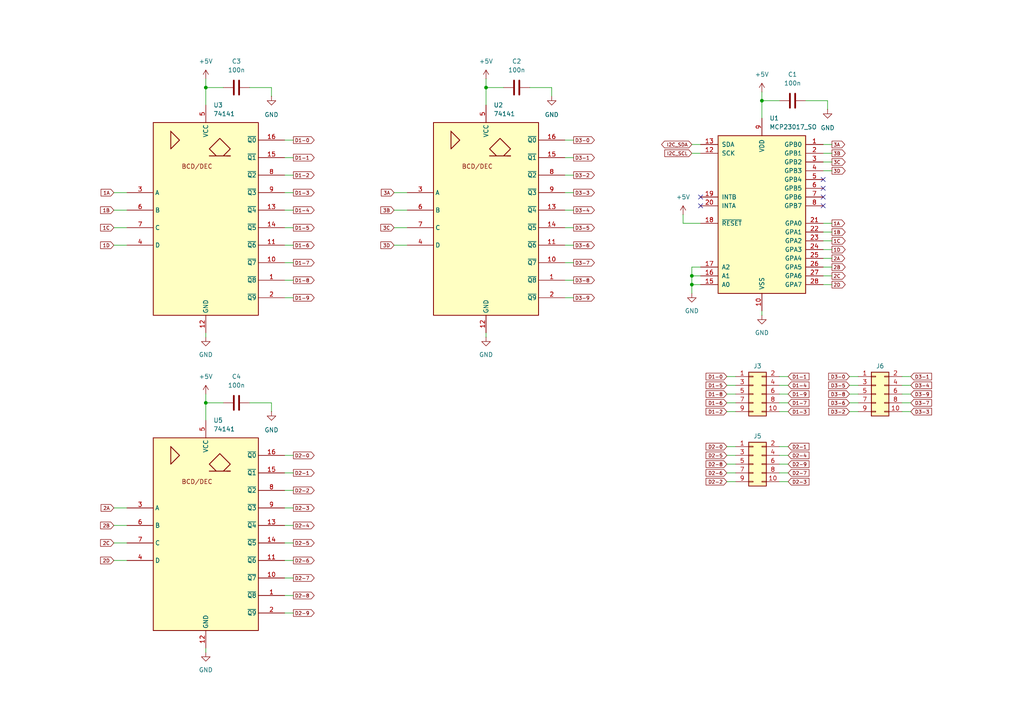
<source format=kicad_sch>
(kicad_sch (version 20231120) (generator "eeschema") (generator_version "8.0")
  (paper "A4")
  (lib_symbols
    (symbol "74xx_IEEE:74141"
      (property "Reference" "U" (at 0 0 0))
      (property "Value" "74141" (at 15.24 -30.48 0))
      (symbol "74141_0_0"
        (polyline (pts (xy 7.112 18.288) (xy 6.096 18.288) (xy 6.096 18.288)) (stroke (width 0.254)) (fill (type background)))
        (polyline (pts (xy -10.16 25.4) (xy -10.16 20.32) (xy -7.62 22.86) (xy -10.16 25.4) (xy -10.16 25.4)) (stroke (width 0.254)) (fill (type background)))
        (polyline (pts (xy 5.08 18.288) (xy 7.112 20.32) (xy 4.064 23.368) (xy 1.016 20.32) (xy 3.048 18.288) (xy 1.016 18.288) (xy 7.112 18.288)) (stroke (width 0.254)) (fill (type background)))
        (text "BCD/DEC" (at -2.54 15.24 0) (effects (font (size 1.27 1.27))))
        (pin power_in line (at 0 -33.02 90) (length 5.08) (name "GND") (number "12"))
        (pin power_in line (at 0 33.02 270) (length 5.08) (name "VCC") (number "5"))
      )
      (symbol "74141_0_1"
        (rectangle (start -15.24 27.94) (end 15.24 -27.94) (stroke (width 0.254)) (fill (type background)))
      )
      (symbol "74141_1_1"
        (pin open_collector line (at 22.86 -17.78 180) (length 7.62) (name "~{Q8}") (number "1"))
        (pin open_collector line (at 22.86 -12.7 180) (length 7.62) (name "~{Q7}") (number "10"))
        (pin open_collector line (at 22.86 -7.62 180) (length 7.62) (name "~{Q6}") (number "11"))
        (pin open_collector line (at 22.86 2.54 180) (length 7.62) (name "~{Q4}") (number "13"))
        (pin open_collector line (at 22.86 -2.54 180) (length 7.62) (name "~{Q5}") (number "14"))
        (pin open_collector line (at 22.86 17.78 180) (length 7.62) (name "~{Q1}") (number "15"))
        (pin open_collector line (at 22.86 22.86 180) (length 7.62) (name "~{Q0}") (number "16"))
        (pin open_collector line (at 22.86 -22.86 180) (length 7.62) (name "~{Q9}") (number "2"))
        (pin input line (at -22.86 7.62 0) (length 7.62) (name "A") (number "3"))
        (pin input line (at -22.86 -7.62 0) (length 7.62) (name "D") (number "4"))
        (pin input line (at -22.86 2.54 0) (length 7.62) (name "B") (number "6"))
        (pin input line (at -22.86 -2.54 0) (length 7.62) (name "C") (number "7"))
        (pin open_collector line (at 22.86 12.7 180) (length 7.62) (name "~{Q2}") (number "8"))
        (pin open_collector line (at 22.86 7.62 180) (length 7.62) (name "~{Q3}") (number "9"))
      )
    )
    (symbol "Connector_Generic:Conn_02x05_Odd_Even" (pin_names (offset 1.016) hide)
      (property "Reference" "J" (at 1.27 7.62 0))
      (property "Value" "Conn_02x05_Odd_Even" (at 1.27 -7.62 0))
      (symbol "Conn_02x05_Odd_Even_1_1"
        (rectangle (start -1.27 -4.953) (end 0 -5.207) (stroke (width 0.1524)))
        (rectangle (start -1.27 -2.413) (end 0 -2.667) (stroke (width 0.1524)))
        (rectangle (start -1.27 0.127) (end 0 -0.127) (stroke (width 0.1524)))
        (rectangle (start -1.27 2.667) (end 0 2.413) (stroke (width 0.1524)))
        (rectangle (start -1.27 5.207) (end 0 4.953) (stroke (width 0.1524)))
        (rectangle (start -1.27 6.35) (end 3.81 -6.35) (stroke (width 0.254)) (fill (type background)))
        (rectangle (start 3.81 -4.953) (end 2.54 -5.207) (stroke (width 0.1524)))
        (rectangle (start 3.81 -2.413) (end 2.54 -2.667) (stroke (width 0.1524)))
        (rectangle (start 3.81 0.127) (end 2.54 -0.127) (stroke (width 0.1524)))
        (rectangle (start 3.81 2.667) (end 2.54 2.413) (stroke (width 0.1524)))
        (rectangle (start 3.81 5.207) (end 2.54 4.953) (stroke (width 0.1524)))
        (pin passive line (at -5.08 5.08 0) (length 3.81) (name "Pin_1") (number "1"))
        (pin passive line (at 7.62 -5.08 180) (length 3.81) (name "Pin_10") (number "10"))
        (pin passive line (at 7.62 5.08 180) (length 3.81) (name "Pin_2") (number "2"))
        (pin passive line (at -5.08 2.54 0) (length 3.81) (name "Pin_3") (number "3"))
        (pin passive line (at 7.62 2.54 180) (length 3.81) (name "Pin_4") (number "4"))
        (pin passive line (at -5.08 0 0) (length 3.81) (name "Pin_5") (number "5"))
        (pin passive line (at 7.62 0 180) (length 3.81) (name "Pin_6") (number "6"))
        (pin passive line (at -5.08 -2.54 0) (length 3.81) (name "Pin_7") (number "7"))
        (pin passive line (at 7.62 -2.54 180) (length 3.81) (name "Pin_8") (number "8"))
        (pin passive line (at -5.08 -5.08 0) (length 3.81) (name "Pin_9") (number "9"))
      )
    )
    (symbol "Device:C" (pin_numbers hide) (pin_names (offset 0.254))
      (property "Reference" "C" (at 0.635 2.54 0))
      (property "Value" "C" (at 0.635 -2.54 0))
      (symbol "C_0_1"
        (polyline (pts (xy -2.032 -0.762) (xy 2.032 -0.762)) (stroke (width 0.508)))
        (polyline (pts (xy -2.032 0.762) (xy 2.032 0.762)) (stroke (width 0.508)))
      )
      (symbol "C_1_1"
        (pin passive line (at 0 3.81 270) (length 2.794) (name "~") (number "1"))
        (pin passive line (at 0 -3.81 90) (length 2.794) (name "~") (number "2"))
      )
    )
    (symbol "Interface_Expansion:MCP23017_SO" (pin_names (offset 1.016))
      (property "Reference" "U" (at -11.43 24.13 0))
      (property "Value" "MCP23017_SO" (at 0 0 0))
      (symbol "MCP23017_SO_0_1"
        (rectangle (start -12.7 22.86) (end 12.7 -22.86) (stroke (width 0.254)) (fill (type background)))
      )
      (symbol "MCP23017_SO_1_1"
        (pin bidirectional line (at 17.78 20.32 180) (length 5.08) (name "GPB0") (number "1"))
        (pin power_in line (at 0 -27.94 90) (length 5.08) (name "VSS") (number "10"))
        (pin no_connect line (at -12.7 15.24 0) (length 5.08) hide (name "NC") (number "11"))
        (pin input line (at -17.78 17.78 0) (length 5.08) (name "SCK") (number "12"))
        (pin bidirectional line (at -17.78 20.32 0) (length 5.08) (name "SDA") (number "13"))
        (pin no_connect line (at -12.7 12.7 0) (length 5.08) hide (name "NC") (number "14"))
        (pin input line (at -17.78 -20.32 0) (length 5.08) (name "A0") (number "15"))
        (pin input line (at -17.78 -17.78 0) (length 5.08) (name "A1") (number "16"))
        (pin input line (at -17.78 -15.24 0) (length 5.08) (name "A2") (number "17"))
        (pin input line (at -17.78 -2.54 0) (length 5.08) (name "~{RESET}") (number "18"))
        (pin tri_state line (at -17.78 5.08 0) (length 5.08) (name "INTB") (number "19"))
        (pin bidirectional line (at 17.78 17.78 180) (length 5.08) (name "GPB1") (number "2"))
        (pin tri_state line (at -17.78 2.54 0) (length 5.08) (name "INTA") (number "20"))
        (pin bidirectional line (at 17.78 -2.54 180) (length 5.08) (name "GPA0") (number "21"))
        (pin bidirectional line (at 17.78 -5.08 180) (length 5.08) (name "GPA1") (number "22"))
        (pin bidirectional line (at 17.78 -7.62 180) (length 5.08) (name "GPA2") (number "23"))
        (pin bidirectional line (at 17.78 -10.16 180) (length 5.08) (name "GPA3") (number "24"))
        (pin bidirectional line (at 17.78 -12.7 180) (length 5.08) (name "GPA4") (number "25"))
        (pin bidirectional line (at 17.78 -15.24 180) (length 5.08) (name "GPA5") (number "26"))
        (pin bidirectional line (at 17.78 -17.78 180) (length 5.08) (name "GPA6") (number "27"))
        (pin bidirectional line (at 17.78 -20.32 180) (length 5.08) (name "GPA7") (number "28"))
        (pin bidirectional line (at 17.78 15.24 180) (length 5.08) (name "GPB2") (number "3"))
        (pin bidirectional line (at 17.78 12.7 180) (length 5.08) (name "GPB3") (number "4"))
        (pin bidirectional line (at 17.78 10.16 180) (length 5.08) (name "GPB4") (number "5"))
        (pin bidirectional line (at 17.78 7.62 180) (length 5.08) (name "GPB5") (number "6"))
        (pin bidirectional line (at 17.78 5.08 180) (length 5.08) (name "GPB6") (number "7"))
        (pin bidirectional line (at 17.78 2.54 180) (length 5.08) (name "GPB7") (number "8"))
        (pin power_in line (at 0 27.94 270) (length 5.08) (name "VDD") (number "9"))
      )
    )
    (symbol "power:+5V" (power) (pin_numbers hide) (pin_names (offset 0) hide)
      (property "Value" "+5V" (at 0 3.556 0))
      (symbol "+5V_0_1"
        (polyline (pts (xy -0.762 1.27) (xy 0 2.54)))
        (polyline (pts (xy 0 0) (xy 0 2.54)))
        (polyline (pts (xy 0 2.54) (xy 0.762 1.27)))
      )
      (symbol "+5V_1_1"
        (pin power_in line (at 0 0 90) (length 0) (name "~") (number "1"))
      )
    )
    (symbol "power:GND" (power) (pin_numbers hide) (pin_names (offset 0) hide)
      (property "Value" "GND" (at 0 -3.81 0))
      (symbol "GND_0_1"
        (polyline (pts (xy 0 0) (xy 0 -1.27) (xy 1.27 -1.27) (xy 0 -2.54) (xy -1.27 -1.27) (xy 0 -1.27)))
      )
      (symbol "GND_1_1"
        (pin power_in line (at 0 0 270) (length 0) (name "~") (number "1"))
      )
    )
  )
  (junction (at 220.98 29.21))
  (junction (at 200.66 82.55))
  (junction (at 59.69 25.4))
  (junction (at 140.97 25.4))
  (junction (at 200.66 80.01))
  (junction (at 59.69 116.84))
  (no_connect (at 238.76 59.69))
  (no_connect (at 238.76 52.07))
  (no_connect (at 203.2 59.69))
  (no_connect (at 238.76 54.61))
  (no_connect (at 238.76 57.15))
  (no_connect (at 203.2 57.15))
  (wire (pts (xy 213.36 116.84) (xy 210.82 116.84)))
  (wire (pts (xy 33.02 152.4) (xy 36.83 152.4)))
  (wire (pts (xy 248.92 109.22) (xy 246.38 109.22)))
  (wire (pts (xy 160.02 25.4) (xy 160.02 27.94)))
  (wire (pts (xy 248.92 119.38) (xy 246.38 119.38)))
  (wire (pts (xy 226.06 111.76) (xy 228.6 111.76)))
  (wire (pts (xy 261.62 114.3) (xy 264.16 114.3)))
  (wire (pts (xy 261.62 109.22) (xy 264.16 109.22)))
  (wire (pts (xy 200.66 82.55) (xy 200.66 85.09)))
  (wire (pts (xy 226.06 137.16) (xy 228.6 137.16)))
  (wire (pts (xy 200.66 82.55) (xy 203.2 82.55)))
  (wire (pts (xy 213.36 137.16) (xy 210.82 137.16)))
  (wire (pts (xy 200.66 80.01) (xy 200.66 82.55)))
  (wire (pts (xy 82.55 55.88) (xy 85.09 55.88)))
  (wire (pts (xy 226.06 114.3) (xy 228.6 114.3)))
  (wire (pts (xy 82.55 60.96) (xy 85.09 60.96)))
  (wire (pts (xy 140.97 96.52) (xy 140.97 97.79)))
  (wire (pts (xy 82.55 152.4) (xy 85.09 152.4)))
  (wire (pts (xy 233.68 29.21) (xy 240.03 29.21)))
  (wire (pts (xy 213.36 132.08) (xy 210.82 132.08)))
  (wire (pts (xy 82.55 132.08) (xy 85.09 132.08)))
  (wire (pts (xy 226.06 132.08) (xy 228.6 132.08)))
  (wire (pts (xy 200.66 44.45) (xy 203.2 44.45)))
  (wire (pts (xy 198.12 64.77) (xy 203.2 64.77)))
  (wire (pts (xy 238.76 69.85) (xy 241.3 69.85)))
  (wire (pts (xy 82.55 167.64) (xy 85.09 167.64)))
  (wire (pts (xy 226.06 109.22) (xy 228.6 109.22)))
  (wire (pts (xy 33.02 71.12) (xy 36.83 71.12)))
  (wire (pts (xy 140.97 22.86) (xy 140.97 25.4)))
  (wire (pts (xy 226.06 139.7) (xy 228.6 139.7)))
  (wire (pts (xy 82.55 137.16) (xy 85.09 137.16)))
  (wire (pts (xy 238.76 74.93) (xy 241.3 74.93)))
  (wire (pts (xy 240.03 29.21) (xy 240.03 31.75)))
  (wire (pts (xy 238.76 46.99) (xy 241.3 46.99)))
  (wire (pts (xy 163.83 40.64) (xy 166.37 40.64)))
  (wire (pts (xy 114.3 60.96) (xy 118.11 60.96)))
  (wire (pts (xy 82.55 81.28) (xy 85.09 81.28)))
  (wire (pts (xy 200.66 80.01) (xy 203.2 80.01)))
  (wire (pts (xy 153.67 25.4) (xy 160.02 25.4)))
  (wire (pts (xy 220.98 90.17) (xy 220.98 91.44)))
  (wire (pts (xy 82.55 76.2) (xy 85.09 76.2)))
  (wire (pts (xy 238.76 67.31) (xy 241.3 67.31)))
  (wire (pts (xy 213.36 119.38) (xy 210.82 119.38)))
  (wire (pts (xy 82.55 40.64) (xy 85.09 40.64)))
  (wire (pts (xy 238.76 64.77) (xy 241.3 64.77)))
  (wire (pts (xy 163.83 60.96) (xy 166.37 60.96)))
  (wire (pts (xy 82.55 142.24) (xy 85.09 142.24)))
  (wire (pts (xy 200.66 41.91) (xy 203.2 41.91)))
  (wire (pts (xy 238.76 80.01) (xy 241.3 80.01)))
  (wire (pts (xy 33.02 147.32) (xy 36.83 147.32)))
  (wire (pts (xy 82.55 45.72) (xy 85.09 45.72)))
  (wire (pts (xy 72.39 116.84) (xy 78.74 116.84)))
  (wire (pts (xy 33.02 66.04) (xy 36.83 66.04)))
  (wire (pts (xy 238.76 44.45) (xy 241.3 44.45)))
  (wire (pts (xy 261.62 116.84) (xy 264.16 116.84)))
  (wire (pts (xy 213.36 134.62) (xy 210.82 134.62)))
  (wire (pts (xy 198.12 62.23) (xy 198.12 64.77)))
  (wire (pts (xy 82.55 66.04) (xy 85.09 66.04)))
  (wire (pts (xy 238.76 49.53) (xy 241.3 49.53)))
  (wire (pts (xy 78.74 116.84) (xy 78.74 119.38)))
  (wire (pts (xy 226.06 129.54) (xy 228.6 129.54)))
  (wire (pts (xy 163.83 76.2) (xy 166.37 76.2)))
  (wire (pts (xy 59.69 22.86) (xy 59.69 25.4)))
  (wire (pts (xy 163.83 86.36) (xy 166.37 86.36)))
  (wire (pts (xy 261.62 111.76) (xy 264.16 111.76)))
  (wire (pts (xy 59.69 114.3) (xy 59.69 116.84)))
  (wire (pts (xy 163.83 50.8) (xy 166.37 50.8)))
  (wire (pts (xy 220.98 26.67) (xy 220.98 29.21)))
  (wire (pts (xy 82.55 86.36) (xy 85.09 86.36)))
  (wire (pts (xy 114.3 55.88) (xy 118.11 55.88)))
  (wire (pts (xy 59.69 187.96) (xy 59.69 189.23)))
  (wire (pts (xy 238.76 41.91) (xy 241.3 41.91)))
  (wire (pts (xy 213.36 109.22) (xy 210.82 109.22)))
  (wire (pts (xy 114.3 71.12) (xy 118.11 71.12)))
  (wire (pts (xy 238.76 72.39) (xy 241.3 72.39)))
  (wire (pts (xy 82.55 71.12) (xy 85.09 71.12)))
  (wire (pts (xy 33.02 60.96) (xy 36.83 60.96)))
  (wire (pts (xy 82.55 172.72) (xy 85.09 172.72)))
  (wire (pts (xy 82.55 50.8) (xy 85.09 50.8)))
  (wire (pts (xy 163.83 45.72) (xy 166.37 45.72)))
  (wire (pts (xy 59.69 96.52) (xy 59.69 97.79)))
  (wire (pts (xy 213.36 129.54) (xy 210.82 129.54)))
  (wire (pts (xy 238.76 77.47) (xy 241.3 77.47)))
  (wire (pts (xy 59.69 116.84) (xy 64.77 116.84)))
  (wire (pts (xy 200.66 77.47) (xy 203.2 77.47)))
  (wire (pts (xy 238.76 82.55) (xy 241.3 82.55)))
  (wire (pts (xy 200.66 77.47) (xy 200.66 80.01)))
  (wire (pts (xy 59.69 116.84) (xy 59.69 121.92)))
  (wire (pts (xy 82.55 162.56) (xy 85.09 162.56)))
  (wire (pts (xy 220.98 29.21) (xy 220.98 34.29)))
  (wire (pts (xy 33.02 157.48) (xy 36.83 157.48)))
  (wire (pts (xy 261.62 119.38) (xy 264.16 119.38)))
  (wire (pts (xy 213.36 114.3) (xy 210.82 114.3)))
  (wire (pts (xy 163.83 81.28) (xy 166.37 81.28)))
  (wire (pts (xy 140.97 25.4) (xy 146.05 25.4)))
  (wire (pts (xy 114.3 66.04) (xy 118.11 66.04)))
  (wire (pts (xy 82.55 147.32) (xy 85.09 147.32)))
  (wire (pts (xy 226.06 119.38) (xy 228.6 119.38)))
  (wire (pts (xy 59.69 25.4) (xy 64.77 25.4)))
  (wire (pts (xy 213.36 139.7) (xy 210.82 139.7)))
  (wire (pts (xy 248.92 116.84) (xy 246.38 116.84)))
  (wire (pts (xy 163.83 66.04) (xy 166.37 66.04)))
  (wire (pts (xy 82.55 157.48) (xy 85.09 157.48)))
  (wire (pts (xy 248.92 111.76) (xy 246.38 111.76)))
  (wire (pts (xy 78.74 25.4) (xy 78.74 27.94)))
  (wire (pts (xy 72.39 25.4) (xy 78.74 25.4)))
  (wire (pts (xy 213.36 111.76) (xy 210.82 111.76)))
  (wire (pts (xy 59.69 25.4) (xy 59.69 30.48)))
  (wire (pts (xy 140.97 25.4) (xy 140.97 30.48)))
  (wire (pts (xy 220.98 29.21) (xy 226.06 29.21)))
  (wire (pts (xy 226.06 116.84) (xy 228.6 116.84)))
  (wire (pts (xy 226.06 134.62) (xy 228.6 134.62)))
  (wire (pts (xy 248.92 114.3) (xy 246.38 114.3)))
  (wire (pts (xy 33.02 55.88) (xy 36.83 55.88)))
  (wire (pts (xy 82.55 177.8) (xy 85.09 177.8)))
  (wire (pts (xy 163.83 55.88) (xy 166.37 55.88)))
  (wire (pts (xy 33.02 162.56) (xy 36.83 162.56)))
  (wire (pts (xy 163.83 71.12) (xy 166.37 71.12)))
  (global_label "1D" (shape input) (at 33.02 71.12 180) (effects (font (size 1 1))) (property "Intersheetrefs" "${INTERSHEET_REFS}" (effects (hide yes))))
  (global_label "2C" (shape output) (at 241.3 80.01 0) (effects (font (size 1 1))) (property "Intersheetrefs" "${INTERSHEET_REFS}" (effects (hide yes))))
  (global_label "D2-3" (shape input) (at 228.6 139.7 0) (effects (font (size 1 1))) (property "Intersheetrefs" "${INTERSHEET_REFS}" (effects (hide yes))))
  (global_label "D3-3" (shape input) (at 264.16 119.38 0) (effects (font (size 1 1))) (property "Intersheetrefs" "${INTERSHEET_REFS}" (effects (hide yes))))
  (global_label "D3-2" (shape output) (at 166.37 50.8 0) (effects (font (size 1 1))) (property "Intersheetrefs" "${INTERSHEET_REFS}" (effects (hide yes))))
  (global_label "3A" (shape output) (at 241.3 41.91 0) (effects (font (size 1 1))) (property "Intersheetrefs" "${INTERSHEET_REFS}" (effects (hide yes))))
  (global_label "D3-0" (shape input) (at 246.38 109.22 180) (effects (font (size 1 1))) (property "Intersheetrefs" "${INTERSHEET_REFS}" (effects (hide yes))))
  (global_label "1D" (shape output) (at 241.3 72.39 0) (effects (font (size 1 1))) (property "Intersheetrefs" "${INTERSHEET_REFS}" (effects (hide yes))))
  (global_label "2B" (shape output) (at 241.3 77.47 0) (effects (font (size 1 1))) (property "Intersheetrefs" "${INTERSHEET_REFS}" (effects (hide yes))))
  (global_label "D2-4" (shape output) (at 85.09 152.4 0) (effects (font (size 1 1))) (property "Intersheetrefs" "${INTERSHEET_REFS}" (effects (hide yes))))
  (global_label "D3-4" (shape output) (at 166.37 60.96 0) (effects (font (size 1 1))) (property "Intersheetrefs" "${INTERSHEET_REFS}" (effects (hide yes))))
  (global_label "D2-3" (shape output) (at 85.09 147.32 0) (effects (font (size 1 1))) (property "Intersheetrefs" "${INTERSHEET_REFS}" (effects (hide yes))))
  (global_label "D2-2" (shape input) (at 210.82 139.7 180) (effects (font (size 1 1))) (property "Intersheetrefs" "${INTERSHEET_REFS}" (effects (hide yes))))
  (global_label "D3-2" (shape input) (at 246.38 119.38 180) (effects (font (size 1 1))) (property "Intersheetrefs" "${INTERSHEET_REFS}" (effects (hide yes))))
  (global_label "D1-3" (shape input) (at 228.6 119.38 0) (effects (font (size 1 1))) (property "Intersheetrefs" "${INTERSHEET_REFS}" (effects (hide yes))))
  (global_label "3B" (shape input) (at 114.3 60.96 180) (effects (font (size 1 1))) (property "Intersheetrefs" "${INTERSHEET_REFS}" (effects (hide yes))))
  (global_label "D2-1" (shape output) (at 85.09 137.16 0) (effects (font (size 1 1))) (property "Intersheetrefs" "${INTERSHEET_REFS}" (effects (hide yes))))
  (global_label "3A" (shape input) (at 114.3 55.88 180) (effects (font (size 1 1))) (property "Intersheetrefs" "${INTERSHEET_REFS}" (effects (hide yes))))
  (global_label "D1-1" (shape output) (at 85.09 45.72 0) (effects (font (size 1 1))) (property "Intersheetrefs" "${INTERSHEET_REFS}" (effects (hide yes))))
  (global_label "1A" (shape output) (at 241.3 64.77 0) (effects (font (size 1 1))) (property "Intersheetrefs" "${INTERSHEET_REFS}" (effects (hide yes))))
  (global_label "D3-5" (shape output) (at 166.37 66.04 0) (effects (font (size 1 1))) (property "Intersheetrefs" "${INTERSHEET_REFS}" (effects (hide yes))))
  (global_label "3D" (shape input) (at 114.3 71.12 180) (effects (font (size 1 1))) (property "Intersheetrefs" "${INTERSHEET_REFS}" (effects (hide yes))))
  (global_label "D1-5" (shape output) (at 85.09 66.04 0) (effects (font (size 1 1))) (property "Intersheetrefs" "${INTERSHEET_REFS}" (effects (hide yes))))
  (global_label "2D" (shape input) (at 33.02 162.56 180) (effects (font (size 1 1))) (property "Intersheetrefs" "${INTERSHEET_REFS}" (effects (hide yes))))
  (global_label "D3-7" (shape input) (at 264.16 116.84 0) (effects (font (size 1 1))) (property "Intersheetrefs" "${INTERSHEET_REFS}" (effects (hide yes))))
  (global_label "D2-0" (shape input) (at 210.82 129.54 180) (effects (font (size 1 1))) (property "Intersheetrefs" "${INTERSHEET_REFS}" (effects (hide yes))))
  (global_label "D3-0" (shape output) (at 166.37 40.64 0) (effects (font (size 1 1))) (property "Intersheetrefs" "${INTERSHEET_REFS}" (effects (hide yes))))
  (global_label "1C" (shape input) (at 33.02 66.04 180) (effects (font (size 1 1))) (property "Intersheetrefs" "${INTERSHEET_REFS}" (effects (hide yes))))
  (global_label "2A" (shape output) (at 241.3 74.93 0) (effects (font (size 1 1))) (property "Intersheetrefs" "${INTERSHEET_REFS}" (effects (hide yes))))
  (global_label "D2-7" (shape output) (at 85.09 167.64 0) (effects (font (size 1 1))) (property "Intersheetrefs" "${INTERSHEET_REFS}" (effects (hide yes))))
  (global_label "D2-6" (shape output) (at 85.09 162.56 0) (effects (font (size 1 1))) (property "Intersheetrefs" "${INTERSHEET_REFS}" (effects (hide yes))))
  (global_label "D2-7" (shape input) (at 228.6 137.16 0) (effects (font (size 1 1))) (property "Intersheetrefs" "${INTERSHEET_REFS}" (effects (hide yes))))
  (global_label "D1-9" (shape output) (at 85.09 86.36 0) (effects (font (size 1 1))) (property "Intersheetrefs" "${INTERSHEET_REFS}" (effects (hide yes))))
  (global_label "I2C_SDA" (shape bidirectional) (at 200.66 41.91 180) (effects (font (size 1 1))) (property "Intersheetrefs" "${INTERSHEET_REFS}" (effects (hide yes))))
  (global_label "D3-5" (shape input) (at 246.38 111.76 180) (effects (font (size 1 1))) (property "Intersheetrefs" "${INTERSHEET_REFS}" (effects (hide yes))))
  (global_label "D1-8" (shape output) (at 85.09 81.28 0) (effects (font (size 1 1))) (property "Intersheetrefs" "${INTERSHEET_REFS}" (effects (hide yes))))
  (global_label "D1-5" (shape input) (at 210.82 111.76 180) (effects (font (size 1 1))) (property "Intersheetrefs" "${INTERSHEET_REFS}" (effects (hide yes))))
  (global_label "D3-6" (shape output) (at 166.37 71.12 0) (effects (font (size 1 1))) (property "Intersheetrefs" "${INTERSHEET_REFS}" (effects (hide yes))))
  (global_label "D2-8" (shape output) (at 85.09 172.72 0) (effects (font (size 1 1))) (property "Intersheetrefs" "${INTERSHEET_REFS}" (effects (hide yes))))
  (global_label "D3-1" (shape output) (at 166.37 45.72 0) (effects (font (size 1 1))) (property "Intersheetrefs" "${INTERSHEET_REFS}" (effects (hide yes))))
  (global_label "D3-9" (shape output) (at 166.37 86.36 0) (effects (font (size 1 1))) (property "Intersheetrefs" "${INTERSHEET_REFS}" (effects (hide yes))))
  (global_label "1C" (shape output) (at 241.3 69.85 0) (effects (font (size 1 1))) (property "Intersheetrefs" "${INTERSHEET_REFS}" (effects (hide yes))))
  (global_label "I2C_SCL" (shape input) (at 200.66 44.45 180) (effects (font (size 1 1))) (property "Intersheetrefs" "${INTERSHEET_REFS}" (effects (hide yes))))
  (global_label "2D" (shape output) (at 241.3 82.55 0) (effects (font (size 1 1))) (property "Intersheetrefs" "${INTERSHEET_REFS}" (effects (hide yes))))
  (global_label "D1-6" (shape output) (at 85.09 71.12 0) (effects (font (size 1 1))) (property "Intersheetrefs" "${INTERSHEET_REFS}" (effects (hide yes))))
  (global_label "D1-1" (shape input) (at 228.6 109.22 0) (effects (font (size 1 1))) (property "Intersheetrefs" "${INTERSHEET_REFS}" (effects (hide yes))))
  (global_label "3C" (shape input) (at 114.3 66.04 180) (effects (font (size 1 1))) (property "Intersheetrefs" "${INTERSHEET_REFS}" (effects (hide yes))))
  (global_label "D1-0" (shape input) (at 210.82 109.22 180) (effects (font (size 1 1))) (property "Intersheetrefs" "${INTERSHEET_REFS}" (effects (hide yes))))
  (global_label "2B" (shape input) (at 33.02 152.4 180) (effects (font (size 1 1))) (property "Intersheetrefs" "${INTERSHEET_REFS}" (effects (hide yes))))
  (global_label "D2-5" (shape input) (at 210.82 132.08 180) (effects (font (size 1 1))) (property "Intersheetrefs" "${INTERSHEET_REFS}" (effects (hide yes))))
  (global_label "D1-2" (shape output) (at 85.09 50.8 0) (effects (font (size 1 1))) (property "Intersheetrefs" "${INTERSHEET_REFS}" (effects (hide yes))))
  (global_label "D1-0" (shape output) (at 85.09 40.64 0) (effects (font (size 1 1))) (property "Intersheetrefs" "${INTERSHEET_REFS}" (effects (hide yes))))
  (global_label "1B" (shape input) (at 33.02 60.96 180) (effects (font (size 1 1))) (property "Intersheetrefs" "${INTERSHEET_REFS}" (effects (hide yes))))
  (global_label "D2-9" (shape input) (at 228.6 134.62 0) (effects (font (size 1 1))) (property "Intersheetrefs" "${INTERSHEET_REFS}" (effects (hide yes))))
  (global_label "D3-9" (shape input) (at 264.16 114.3 0) (effects (font (size 1 1))) (property "Intersheetrefs" "${INTERSHEET_REFS}" (effects (hide yes))))
  (global_label "D2-4" (shape input) (at 228.6 132.08 0) (effects (font (size 1 1))) (property "Intersheetrefs" "${INTERSHEET_REFS}" (effects (hide yes))))
  (global_label "1B" (shape output) (at 241.3 67.31 0) (effects (font (size 1 1))) (property "Intersheetrefs" "${INTERSHEET_REFS}" (effects (hide yes))))
  (global_label "D1-7" (shape output) (at 85.09 76.2 0) (effects (font (size 1 1))) (property "Intersheetrefs" "${INTERSHEET_REFS}" (effects (hide yes))))
  (global_label "2A" (shape input) (at 33.02 147.32 180) (effects (font (size 1 1))) (property "Intersheetrefs" "${INTERSHEET_REFS}" (effects (hide yes))))
  (global_label "D2-9" (shape output) (at 85.09 177.8 0) (effects (font (size 1 1))) (property "Intersheetrefs" "${INTERSHEET_REFS}" (effects (hide yes))))
  (global_label "D3-8" (shape output) (at 166.37 81.28 0) (effects (font (size 1 1))) (property "Intersheetrefs" "${INTERSHEET_REFS}" (effects (hide yes))))
  (global_label "D1-4" (shape input) (at 228.6 111.76 0) (effects (font (size 1 1))) (property "Intersheetrefs" "${INTERSHEET_REFS}" (effects (hide yes))))
  (global_label "D1-7" (shape input) (at 228.6 116.84 0) (effects (font (size 1 1))) (property "Intersheetrefs" "${INTERSHEET_REFS}" (effects (hide yes))))
  (global_label "D1-9" (shape input) (at 228.6 114.3 0) (effects (font (size 1 1))) (property "Intersheetrefs" "${INTERSHEET_REFS}" (effects (hide yes))))
  (global_label "D3-4" (shape input) (at 264.16 111.76 0) (effects (font (size 1 1))) (property "Intersheetrefs" "${INTERSHEET_REFS}" (effects (hide yes))))
  (global_label "D1-8" (shape input) (at 210.82 114.3 180) (effects (font (size 1 1))) (property "Intersheetrefs" "${INTERSHEET_REFS}" (effects (hide yes))))
  (global_label "3B" (shape output) (at 241.3 44.45 0) (effects (font (size 1 1))) (property "Intersheetrefs" "${INTERSHEET_REFS}" (effects (hide yes))))
  (global_label "D3-3" (shape output) (at 166.37 55.88 0) (effects (font (size 1 1))) (property "Intersheetrefs" "${INTERSHEET_REFS}" (effects (hide yes))))
  (global_label "D3-6" (shape input) (at 246.38 116.84 180) (effects (font (size 1 1))) (property "Intersheetrefs" "${INTERSHEET_REFS}" (effects (hide yes))))
  (global_label "D2-1" (shape input) (at 228.6 129.54 0) (effects (font (size 1 1))) (property "Intersheetrefs" "${INTERSHEET_REFS}" (effects (hide yes))))
  (global_label "D3-7" (shape output) (at 166.37 76.2 0) (effects (font (size 1 1))) (property "Intersheetrefs" "${INTERSHEET_REFS}" (effects (hide yes))))
  (global_label "D2-0" (shape output) (at 85.09 132.08 0) (effects (font (size 1 1))) (property "Intersheetrefs" "${INTERSHEET_REFS}" (effects (hide yes))))
  (global_label "D2-8" (shape input) (at 210.82 134.62 180) (effects (font (size 1 1))) (property "Intersheetrefs" "${INTERSHEET_REFS}" (effects (hide yes))))
  (global_label "D3-8" (shape input) (at 246.38 114.3 180) (effects (font (size 1 1))) (property "Intersheetrefs" "${INTERSHEET_REFS}" (effects (hide yes))))
  (global_label "D2-6" (shape input) (at 210.82 137.16 180) (effects (font (size 1 1))) (property "Intersheetrefs" "${INTERSHEET_REFS}" (effects (hide yes))))
  (global_label "D2-5" (shape output) (at 85.09 157.48 0) (effects (font (size 1 1))) (property "Intersheetrefs" "${INTERSHEET_REFS}" (effects (hide yes))))
  (global_label "D1-4" (shape output) (at 85.09 60.96 0) (effects (font (size 1 1))) (property "Intersheetrefs" "${INTERSHEET_REFS}" (effects (hide yes))))
  (global_label "D1-6" (shape input) (at 210.82 116.84 180) (effects (font (size 1 1))) (property "Intersheetrefs" "${INTERSHEET_REFS}" (effects (hide yes))))
  (global_label "1A" (shape input) (at 33.02 55.88 180) (effects (font (size 1 1))) (property "Intersheetrefs" "${INTERSHEET_REFS}" (effects (hide yes))))
  (global_label "3C" (shape output) (at 241.3 46.99 0) (effects (font (size 1 1))) (property "Intersheetrefs" "${INTERSHEET_REFS}" (effects (hide yes))))
  (global_label "D3-1" (shape input) (at 264.16 109.22 0) (effects (font (size 1 1))) (property "Intersheetrefs" "${INTERSHEET_REFS}" (effects (hide yes))))
  (global_label "D1-2" (shape input) (at 210.82 119.38 180) (effects (font (size 1 1))) (property "Intersheetrefs" "${INTERSHEET_REFS}" (effects (hide yes))))
  (global_label "D1-3" (shape output) (at 85.09 55.88 0) (effects (font (size 1 1))) (property "Intersheetrefs" "${INTERSHEET_REFS}" (effects (hide yes))))
  (global_label "2C" (shape input) (at 33.02 157.48 180) (effects (font (size 1 1))) (property "Intersheetrefs" "${INTERSHEET_REFS}" (effects (hide yes))))
  (global_label "3D" (shape output) (at 241.3 49.53 0) (effects (font (size 1 1))) (property "Intersheetrefs" "${INTERSHEET_REFS}" (effects (hide yes))))
  (global_label "D2-2" (shape output) (at 85.09 142.24 0) (effects (font (size 1 1))) (property "Intersheetrefs" "${INTERSHEET_REFS}" (effects (hide yes))))
  (symbol (lib_id "power:+5V") (at 220.98 26.67 0) (unit 1)
    (property "Reference" "#PWR014" (effects (hide yes)))
    (property "Value" "+5V" (at 220.98 21.59 0))
    (property "Description" "Power symbol creates a global label with name \"+5V\"" (effects (hide yes)))
  )
  (symbol (lib_id "power:+5V") (at 198.12 62.23 0) (unit 1)
    (property "Reference" "#PWR012" (effects (hide yes)))
    (property "Value" "+5V" (at 198.12 57.15 0))
    (property "Description" "Power symbol creates a global label with name \"+5V\"" (effects (hide yes)))
  )
  (symbol (lib_id "74xx_IEEE:74141") (at 59.69 63.5 0) (unit 1)
    (property "Reference" "U3" (at 61.8841 30.48 0) (effects (justify left)))
    (property "Value" "74141" (at 61.8841 33.02 0) (effects (justify left)))
    (property "Footprint" "Package_DIP:DIP-16_W7.62mm" (effects (hide yes)))
  )
  (symbol (lib_id "power:+5V") (at 59.69 114.3 0) (unit 1)
    (property "Reference" "#PWR027" (effects (hide yes)))
    (property "Value" "+5V" (at 59.69 109.22 0))
    (property "Description" "Power symbol creates a global label with name \"+5V\"" (effects (hide yes)))
  )
  (symbol (lib_id "power:GND") (at 220.98 91.44 0) (unit 1)
    (property "Reference" "#PWR015" (effects (hide yes)))
    (property "Value" "GND" (at 220.98 96.52 0))
    (property "Description" "Power symbol creates a global label with name \"GND\" , ground" (effects (hide yes)))
  )
  (symbol (lib_id "power:GND") (at 59.69 97.79 0) (unit 1)
    (property "Reference" "#PWR024" (effects (hide yes)))
    (property "Value" "GND" (at 59.69 102.87 0))
    (property "Description" "Power symbol creates a global label with name \"GND\" , ground" (effects (hide yes)))
  )
  (symbol (lib_id "power:+5V") (at 140.97 22.86 0) (unit 1)
    (property "Reference" "#PWR021" (effects (hide yes)))
    (property "Value" "+5V" (at 140.97 17.78 0))
    (property "Description" "Power symbol creates a global label with name \"+5V\"" (effects (hide yes)))
  )
  (symbol (lib_id "power:GND") (at 240.03 31.75 0) (unit 1)
    (property "Reference" "#PWR016" (effects (hide yes)))
    (property "Value" "GND" (at 240.03 37.084 0))
    (property "Description" "Power symbol creates a global label with name \"GND\" , ground" (effects (hide yes)))
  )
  (symbol (lib_id "power:GND") (at 59.69 189.23 0) (unit 1)
    (property "Reference" "#PWR028" (effects (hide yes)))
    (property "Value" "GND" (at 59.69 194.31 0))
    (property "Description" "Power symbol creates a global label with name \"GND\" , ground" (effects (hide yes)))
  )
  (symbol (lib_id "74xx_IEEE:74141") (at 140.97 63.5 0) (unit 1)
    (property "Reference" "U2" (at 143.1641 30.48 0) (effects (justify left)))
    (property "Value" "74141" (at 143.1641 33.02 0) (effects (justify left)))
    (property "Footprint" "Package_DIP:DIP-16_W7.62mm" (effects (hide yes)))
  )
  (symbol (lib_id "power:GND") (at 78.74 27.94 0) (unit 1)
    (property "Reference" "#PWR023" (effects (hide yes)))
    (property "Value" "GND" (at 78.74 33.274 0))
    (property "Description" "Power symbol creates a global label with name \"GND\" , ground" (effects (hide yes)))
  )
  (symbol (lib_id "Connector_Generic:Conn_02x05_Odd_Even") (at 218.44 114.3 0) (unit 1)
    (property "Reference" "J3" (at 219.71 106.172 0))
    (property "Value" "Conn_02x05_Odd_Even" (effects (hide yes)))
    (property "Footprint" "Connector_PinHeader_2.00mm:PinHeader_2x05_P2.00mm_Vertical" (effects (hide yes)))
    (property "Description" "Generic connector, double row, 02x05, odd/even pin numbering scheme (row 1 odd numbers, row 2 even numbers), script generated (kicad-library-utils/schlib/autogen/connector/)" (effects (hide yes)))
  )
  (symbol (lib_id "Device:C") (at 68.58 25.4 90) (unit 1)
    (property "Reference" "C3" (at 68.58 17.78 90))
    (property "Value" "100n" (at 68.58 20.32 90))
    (property "Footprint" "Capacitor_SMD:C_0805_2012Metric_Pad1.18x1.45mm_HandSolder" (effects (hide yes)))
    (property "Description" "Unpolarized capacitor" (effects (hide yes)))
  )
  (symbol (lib_id "power:GND") (at 140.97 97.79 0) (unit 1)
    (property "Reference" "#PWR025" (effects (hide yes)))
    (property "Value" "GND" (at 140.97 102.87 0))
    (property "Description" "Power symbol creates a global label with name \"GND\" , ground" (effects (hide yes)))
  )
  (symbol (lib_id "power:GND") (at 78.74 119.38 0) (unit 1)
    (property "Reference" "#PWR029" (effects (hide yes)))
    (property "Value" "GND" (at 78.74 124.714 0))
    (property "Description" "Power symbol creates a global label with name \"GND\" , ground" (effects (hide yes)))
  )
  (symbol (lib_id "74xx_IEEE:74141") (at 59.69 154.94 0) (unit 1)
    (property "Reference" "U5" (at 61.8841 121.92 0) (effects (justify left)))
    (property "Value" "74141" (at 61.8841 124.46 0) (effects (justify left)))
    (property "Footprint" "Package_DIP:DIP-16_W7.62mm" (effects (hide yes)))
  )
  (symbol (lib_id "Connector_Generic:Conn_02x05_Odd_Even") (at 254 114.3 0) (unit 1)
    (property "Reference" "J6" (at 255.27 106.172 0))
    (property "Value" "Conn_02x05_Odd_Even" (effects (hide yes)))
    (property "Footprint" "Connector_PinHeader_2.00mm:PinHeader_2x05_P2.00mm_Vertical" (effects (hide yes)))
    (property "Description" "Generic connector, double row, 02x05, odd/even pin numbering scheme (row 1 odd numbers, row 2 even numbers), script generated (kicad-library-utils/schlib/autogen/connector/)" (effects (hide yes)))
  )
  (symbol (lib_id "Device:C") (at 229.87 29.21 90) (unit 1)
    (property "Reference" "C1" (at 229.87 21.59 90))
    (property "Value" "100n" (at 229.87 24.13 90))
    (property "Footprint" "Capacitor_SMD:C_0805_2012Metric_Pad1.18x1.45mm_HandSolder" (effects (hide yes)))
    (property "Description" "Unpolarized capacitor" (effects (hide yes)))
  )
  (symbol (lib_id "power:+5V") (at 59.69 22.86 0) (unit 1)
    (property "Reference" "#PWR022" (effects (hide yes)))
    (property "Value" "+5V" (at 59.69 17.78 0))
    (property "Description" "Power symbol creates a global label with name \"+5V\"" (effects (hide yes)))
  )
  (symbol (lib_id "Device:C") (at 68.58 116.84 90) (unit 1)
    (property "Reference" "C4" (at 68.58 109.22 90))
    (property "Value" "100n" (at 68.58 111.76 90))
    (property "Footprint" "Capacitor_SMD:C_0805_2012Metric_Pad1.18x1.45mm_HandSolder" (effects (hide yes)))
    (property "Description" "Unpolarized capacitor" (effects (hide yes)))
  )
  (symbol (lib_id "power:GND") (at 160.02 27.94 0) (unit 1)
    (property "Reference" "#PWR026" (effects (hide yes)))
    (property "Value" "GND" (at 160.02 33.274 0))
    (property "Description" "Power symbol creates a global label with name \"GND\" , ground" (effects (hide yes)))
  )
  (symbol (lib_id "power:GND") (at 200.66 85.09 0) (unit 1)
    (property "Reference" "#PWR013" (effects (hide yes)))
    (property "Value" "GND" (at 200.66 90.17 0))
    (property "Description" "Power symbol creates a global label with name \"GND\" , ground" (effects (hide yes)))
  )
  (symbol (lib_id "Device:C") (at 149.86 25.4 90) (unit 1)
    (property "Reference" "C2" (at 149.86 17.78 90))
    (property "Value" "100n" (at 149.86 20.32 90))
    (property "Footprint" "Capacitor_SMD:C_0805_2012Metric_Pad1.18x1.45mm_HandSolder" (effects (hide yes)))
    (property "Description" "Unpolarized capacitor" (effects (hide yes)))
  )
  (symbol (lib_id "Connector_Generic:Conn_02x05_Odd_Even") (at 218.44 134.62 0) (unit 1)
    (property "Reference" "J5" (at 219.71 126.492 0))
    (property "Value" "Conn_02x05_Odd_Even" (effects (hide yes)))
    (property "Footprint" "Connector_PinHeader_2.00mm:PinHeader_2x05_P2.00mm_Vertical" (effects (hide yes)))
    (property "Description" "Generic connector, double row, 02x05, odd/even pin numbering scheme (row 1 odd numbers, row 2 even numbers), script generated (kicad-library-utils/schlib/autogen/connector/)" (effects (hide yes)))
  )
  (symbol (lib_id "Interface_Expansion:MCP23017_SO") (at 220.98 62.23 0) (unit 1)
    (property "Reference" "U1" (at 223.1741 34.29 0) (effects (justify left)))
    (property "Value" "MCP23017_SO" (at 223.1741 36.83 0) (effects (justify left)))
    (property "Footprint" "Package_SO:SSOP-28_5.3x10.2mm_P0.65mm" (effects (hide yes)))
    (property "Datasheet" "http://ww1.microchip.com/downloads/en/DeviceDoc/20001952C.pdf" (effects (hide yes)))
    (property "Description" "16-bit I/O expander, I2C, interrupts, w pull-ups, SOIC-28" (effects (hide yes)))
  )
)
</source>
